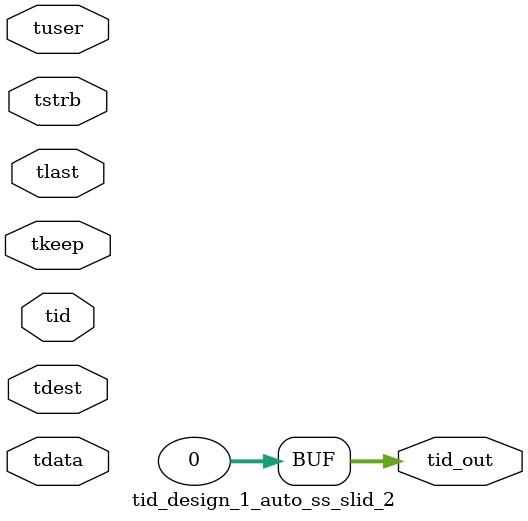
<source format=v>


`timescale 1ps/1ps

module tid_design_1_auto_ss_slid_2 #
(
parameter C_S_AXIS_TID_WIDTH   = 1,
parameter C_S_AXIS_TUSER_WIDTH = 0,
parameter C_S_AXIS_TDATA_WIDTH = 0,
parameter C_S_AXIS_TDEST_WIDTH = 0,
parameter C_M_AXIS_TID_WIDTH   = 32
)
(
input  [(C_S_AXIS_TID_WIDTH   == 0 ? 1 : C_S_AXIS_TID_WIDTH)-1:0       ] tid,
input  [(C_S_AXIS_TDATA_WIDTH == 0 ? 1 : C_S_AXIS_TDATA_WIDTH)-1:0     ] tdata,
input  [(C_S_AXIS_TUSER_WIDTH == 0 ? 1 : C_S_AXIS_TUSER_WIDTH)-1:0     ] tuser,
input  [(C_S_AXIS_TDEST_WIDTH == 0 ? 1 : C_S_AXIS_TDEST_WIDTH)-1:0     ] tdest,
input  [(C_S_AXIS_TDATA_WIDTH/8)-1:0 ] tkeep,
input  [(C_S_AXIS_TDATA_WIDTH/8)-1:0 ] tstrb,
input                                                                    tlast,
output [(C_M_AXIS_TID_WIDTH   == 0 ? 1 : C_M_AXIS_TID_WIDTH)-1:0       ] tid_out
);

assign tid_out = {1'b0};

endmodule


</source>
